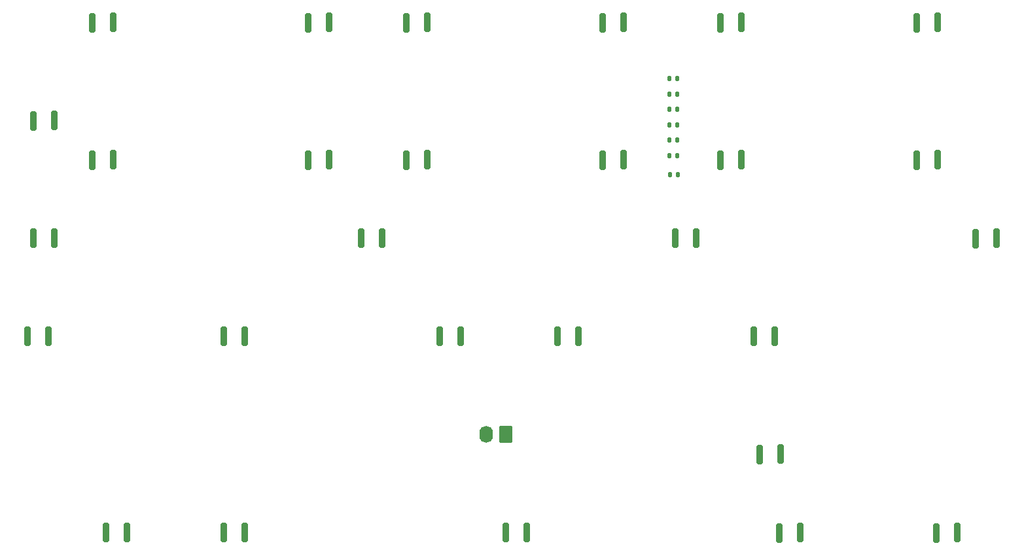
<source format=gbr>
%TF.GenerationSoftware,KiCad,Pcbnew,7.0.9*%
%TF.CreationDate,2024-04-07T12:25:56+10:00*%
%TF.ProjectId,INT-LT-F18,494e542d-4c54-42d4-9631-382e6b696361,rev?*%
%TF.SameCoordinates,Original*%
%TF.FileFunction,Soldermask,Top*%
%TF.FilePolarity,Negative*%
%FSLAX46Y46*%
G04 Gerber Fmt 4.6, Leading zero omitted, Abs format (unit mm)*
G04 Created by KiCad (PCBNEW 7.0.9) date 2024-04-07 12:25:56*
%MOMM*%
%LPD*%
G01*
G04 APERTURE LIST*
G04 Aperture macros list*
%AMRoundRect*
0 Rectangle with rounded corners*
0 $1 Rounding radius*
0 $2 $3 $4 $5 $6 $7 $8 $9 X,Y pos of 4 corners*
0 Add a 4 corners polygon primitive as box body*
4,1,4,$2,$3,$4,$5,$6,$7,$8,$9,$2,$3,0*
0 Add four circle primitives for the rounded corners*
1,1,$1+$1,$2,$3*
1,1,$1+$1,$4,$5*
1,1,$1+$1,$6,$7*
1,1,$1+$1,$8,$9*
0 Add four rect primitives between the rounded corners*
20,1,$1+$1,$2,$3,$4,$5,0*
20,1,$1+$1,$4,$5,$6,$7,0*
20,1,$1+$1,$6,$7,$8,$9,0*
20,1,$1+$1,$8,$9,$2,$3,0*%
G04 Aperture macros list end*
%ADD10RoundRect,0.135000X-0.135000X-0.185000X0.135000X-0.185000X0.135000X0.185000X-0.135000X0.185000X0*%
%ADD11RoundRect,0.202500X-0.202500X-1.032500X0.202500X-1.032500X0.202500X1.032500X-0.202500X1.032500X0*%
%ADD12RoundRect,0.250000X0.620000X0.845000X-0.620000X0.845000X-0.620000X-0.845000X0.620000X-0.845000X0*%
%ADD13O,1.740000X2.190000*%
G04 APERTURE END LIST*
D10*
%TO.C,R1*%
X153269900Y-58050800D03*
X154289900Y-58050800D03*
%TD*%
D11*
%TO.C,D22*%
X164162500Y-91440000D03*
X166862000Y-91384000D03*
%TD*%
%TO.C,D17*%
X192880500Y-78796000D03*
X195580000Y-78740000D03*
%TD*%
%TO.C,D3*%
X119220500Y-50856000D03*
X121920000Y-50800000D03*
%TD*%
D10*
%TO.C,R6*%
X153269900Y-68000800D03*
X154289900Y-68000800D03*
%TD*%
D11*
%TO.C,D10*%
X119220500Y-68636000D03*
X121920000Y-68580000D03*
%TD*%
%TO.C,D26*%
X167480500Y-116896000D03*
X170180000Y-116840000D03*
%TD*%
%TO.C,D5*%
X159860500Y-50856000D03*
X162560000Y-50800000D03*
%TD*%
%TO.C,D7*%
X70960500Y-63556000D03*
X73660000Y-63500000D03*
%TD*%
%TO.C,D1*%
X78580500Y-50856000D03*
X81280000Y-50800000D03*
%TD*%
%TO.C,D13*%
X185260500Y-68636000D03*
X187960000Y-68580000D03*
%TD*%
D10*
%TO.C,R4*%
X153269900Y-64020800D03*
X154289900Y-64020800D03*
%TD*%
%TO.C,R7*%
X153305100Y-70452700D03*
X154325100Y-70452700D03*
%TD*%
D11*
%TO.C,D27*%
X187800500Y-116896000D03*
X190500000Y-116840000D03*
%TD*%
%TO.C,D24*%
X95582500Y-116840000D03*
X98282000Y-116784000D03*
%TD*%
%TO.C,D9*%
X106520500Y-68636000D03*
X109220000Y-68580000D03*
%TD*%
D10*
%TO.C,R5*%
X153269900Y-66010800D03*
X154289900Y-66010800D03*
%TD*%
D11*
%TO.C,D15*%
X113362500Y-78740000D03*
X116062000Y-78684000D03*
%TD*%
%TO.C,D2*%
X106520500Y-50856000D03*
X109220000Y-50800000D03*
%TD*%
%TO.C,D25*%
X132080000Y-116840000D03*
X134779500Y-116784000D03*
%TD*%
%TO.C,D11*%
X144620500Y-68636000D03*
X147320000Y-68580000D03*
%TD*%
%TO.C,D4*%
X144620500Y-50856000D03*
X147320000Y-50800000D03*
%TD*%
%TO.C,D18*%
X70182500Y-91440000D03*
X72882000Y-91384000D03*
%TD*%
%TO.C,D28*%
X164940500Y-106736000D03*
X167640000Y-106680000D03*
%TD*%
D10*
%TO.C,R2*%
X153269900Y-60040800D03*
X154289900Y-60040800D03*
%TD*%
D11*
%TO.C,D21*%
X138762500Y-91440000D03*
X141462000Y-91384000D03*
%TD*%
%TO.C,D14*%
X70960500Y-78740000D03*
X73660000Y-78684000D03*
%TD*%
%TO.C,D12*%
X159860500Y-68636000D03*
X162560000Y-68580000D03*
%TD*%
%TO.C,D16*%
X154002500Y-78740000D03*
X156702000Y-78684000D03*
%TD*%
%TO.C,D23*%
X80342500Y-116840000D03*
X83042000Y-116784000D03*
%TD*%
%TO.C,D19*%
X95582500Y-91440000D03*
X98282000Y-91384000D03*
%TD*%
%TO.C,D20*%
X123522500Y-91440000D03*
X126222000Y-91384000D03*
%TD*%
%TO.C,D6*%
X185260500Y-50856000D03*
X187960000Y-50800000D03*
%TD*%
%TO.C,D8*%
X78580500Y-68636000D03*
X81280000Y-68580000D03*
%TD*%
D10*
%TO.C,R3*%
X153269900Y-62030800D03*
X154289900Y-62030800D03*
%TD*%
D12*
%TO.C,J1*%
X132080000Y-104140000D03*
D13*
X129540000Y-104140000D03*
%TD*%
M02*

</source>
